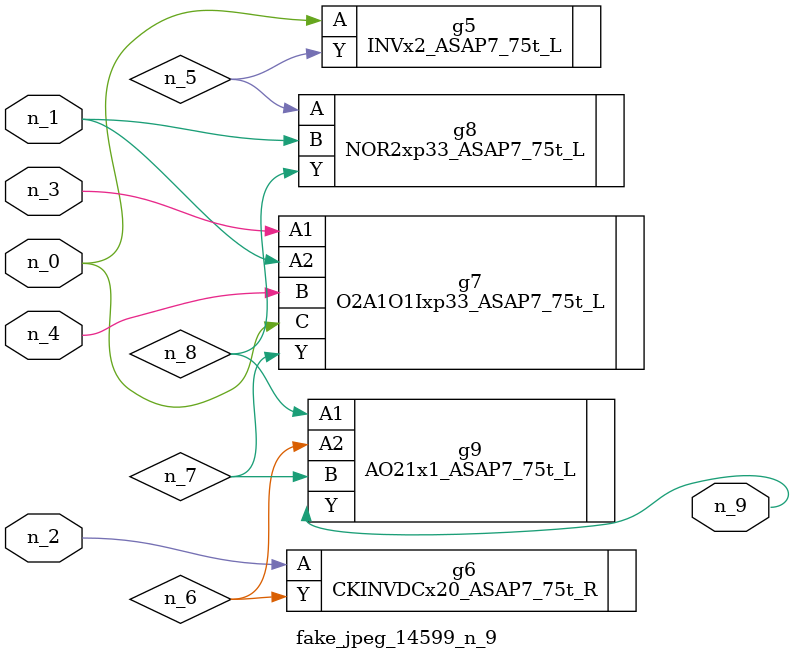
<source format=v>
module fake_jpeg_14599_n_9 (n_3, n_2, n_1, n_0, n_4, n_9);

input n_3;
input n_2;
input n_1;
input n_0;
input n_4;

output n_9;

wire n_8;
wire n_6;
wire n_5;
wire n_7;

INVx2_ASAP7_75t_L g5 ( 
.A(n_0),
.Y(n_5)
);

CKINVDCx20_ASAP7_75t_R g6 ( 
.A(n_2),
.Y(n_6)
);

O2A1O1Ixp33_ASAP7_75t_L g7 ( 
.A1(n_3),
.A2(n_1),
.B(n_4),
.C(n_0),
.Y(n_7)
);

NOR2xp33_ASAP7_75t_L g8 ( 
.A(n_5),
.B(n_1),
.Y(n_8)
);

AO21x1_ASAP7_75t_L g9 ( 
.A1(n_8),
.A2(n_6),
.B(n_7),
.Y(n_9)
);


endmodule
</source>
